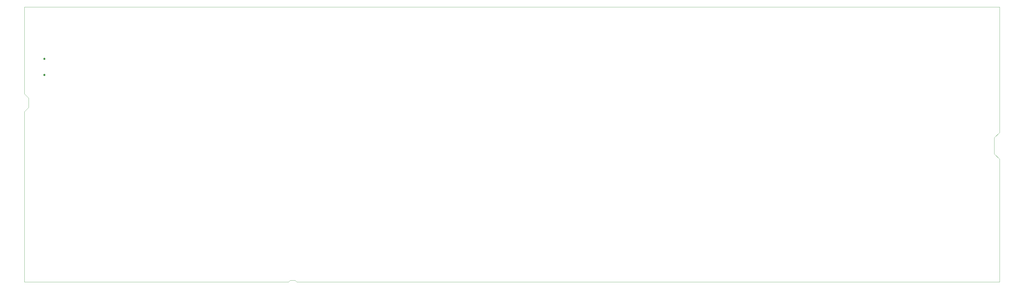
<source format=gbr>
%TF.GenerationSoftware,KiCad,Pcbnew,9.0.2*%
%TF.CreationDate,2025-07-03T22:06:11+05:30*%
%TF.ProjectId,KeeBoard,4b656542-6f61-4726-942e-6b696361645f,rev?*%
%TF.SameCoordinates,Original*%
%TF.FileFunction,Profile,NP*%
%FSLAX46Y46*%
G04 Gerber Fmt 4.6, Leading zero omitted, Abs format (unit mm)*
G04 Created by KiCad (PCBNEW 9.0.2) date 2025-07-03 22:06:11*
%MOMM*%
%LPD*%
G01*
G04 APERTURE LIST*
%TA.AperFunction,Profile*%
%ADD10C,0.050000*%
%TD*%
%TA.AperFunction,Profile*%
%ADD11C,0.000000*%
%TD*%
G04 APERTURE END LIST*
D10*
X13500000Y-121000000D02*
X108800000Y-121000000D01*
X363500000Y-74700000D02*
X363500000Y-68900000D01*
X365400000Y-67000000D02*
X365400000Y-21700000D01*
X15000000Y-54600000D02*
X15000000Y-58000000D01*
X363500000Y-68900000D02*
X365400000Y-67000000D01*
X13500000Y-53100000D02*
X15000000Y-54600000D01*
X13500000Y-59500000D02*
X13500000Y-121000000D01*
X111200000Y-120400000D02*
X111800000Y-121000000D01*
X365400000Y-76600000D02*
X363500000Y-74700000D01*
X365400000Y-121000000D02*
X365400000Y-76600000D01*
X108800000Y-121000000D02*
X109400000Y-120400000D01*
X15000000Y-58000000D02*
X13500000Y-59500000D01*
X13500000Y-21700000D02*
X13500000Y-53100000D01*
X111800000Y-121000000D02*
X365400000Y-121000000D01*
X365400000Y-21700000D02*
X13500000Y-21700000D01*
X109400000Y-120400000D02*
X111200000Y-120400000D01*
D11*
%TA.AperFunction,Profile*%
%TO.C,J1*%
G36*
X20823006Y-40078545D02*
G01*
X20907786Y-40127492D01*
X20977008Y-40196714D01*
X21025955Y-40281494D01*
X21051292Y-40376053D01*
X21051292Y-40473947D01*
X21025955Y-40568506D01*
X20977008Y-40653286D01*
X20907786Y-40722508D01*
X20823006Y-40771455D01*
X20728447Y-40796792D01*
X20630553Y-40796792D01*
X20535994Y-40771455D01*
X20451214Y-40722508D01*
X20381992Y-40653286D01*
X20333045Y-40568506D01*
X20307708Y-40473947D01*
X20307708Y-40376053D01*
X20333045Y-40281494D01*
X20381992Y-40196714D01*
X20451214Y-40127492D01*
X20535994Y-40078545D01*
X20630553Y-40053208D01*
X20728447Y-40053208D01*
X20823006Y-40078545D01*
G37*
%TD.AperFunction*%
%TA.AperFunction,Profile*%
G36*
X20823006Y-45878545D02*
G01*
X20907786Y-45927492D01*
X20977008Y-45996714D01*
X21025955Y-46081494D01*
X21051292Y-46176053D01*
X21051292Y-46273947D01*
X21025955Y-46368506D01*
X20977008Y-46453286D01*
X20907786Y-46522508D01*
X20823006Y-46571455D01*
X20728447Y-46596792D01*
X20630553Y-46596792D01*
X20535994Y-46571455D01*
X20451214Y-46522508D01*
X20381992Y-46453286D01*
X20333045Y-46368506D01*
X20307708Y-46273947D01*
X20307708Y-46176053D01*
X20333045Y-46081494D01*
X20381992Y-45996714D01*
X20451214Y-45927492D01*
X20535994Y-45878545D01*
X20630553Y-45853208D01*
X20728447Y-45853208D01*
X20823006Y-45878545D01*
G37*
%TD.AperFunction*%
%TD*%
M02*

</source>
